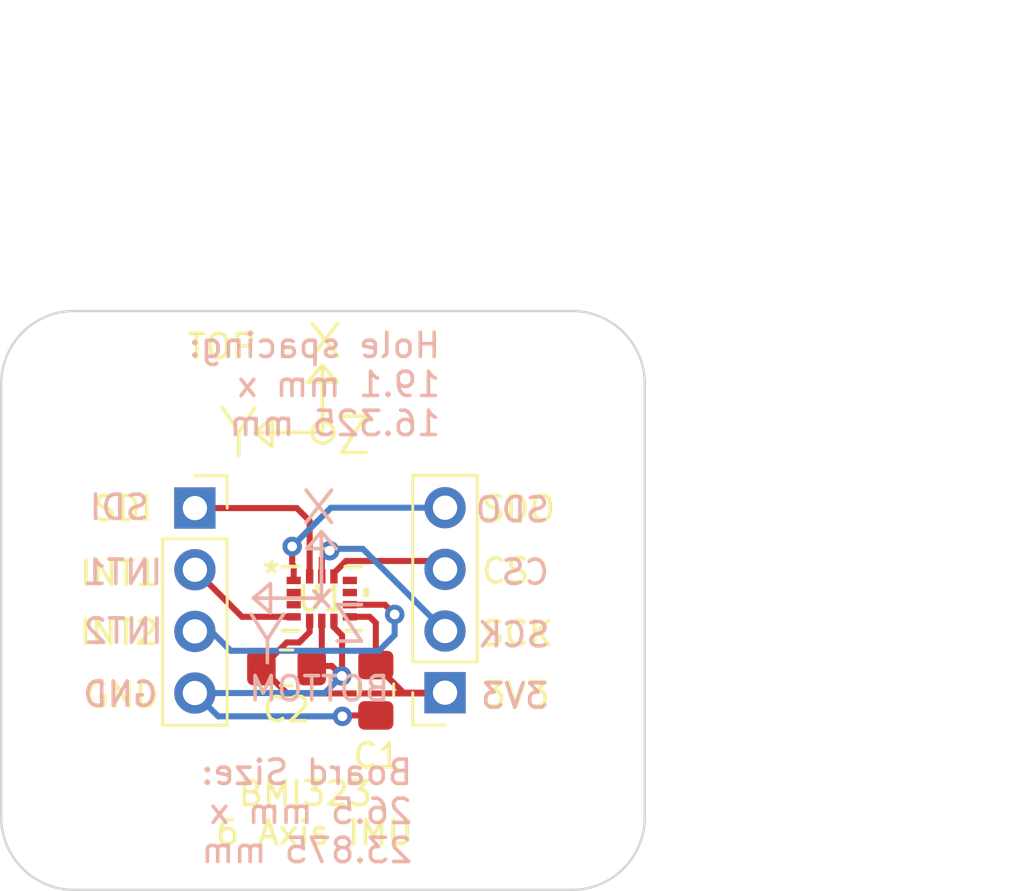
<source format=kicad_pcb>
(kicad_pcb (version 20241229) (generator "pcbnew") (generator_version "9.0")
  (title_block (title "BMI323 Breakout Board") (date "2024-03-10") (rev "0.1") (company "satomm@stanford.edu") (comment 1 "Department of Civil and Environmental Engineering") (comment 2 "Engineering Informatics Group") (comment 3 "Stanford University") (comment 4 "Matthew Sato"))
  (layers (0 "F.Cu" signal) (2 "B.Cu" signal) (13 "F.Paste" user) (15 "B.Paste" user) (5 "F.SilkS" user "F.Silkscreen") (7 "B.SilkS" user "B.Silkscreen") (1 "F.Mask" user) (3 "B.Mask" user) (25 "Edge.Cuts" user))
  (net 0 "")
  (net 1 "+3.3V")
  (net 2 "GND")
  (net 3 "Net-(J1-Pin_2)")
  (net 4 "Net-(J1-Pin_3)")
  (net 9 "Net-(J1-Pin_1)")
  (net 10 "Net-(J2-Pin_2)")
  (net 11 "Net-(J2-Pin_3)")
  (net 12 "Net-(J2-Pin_4)")
  (footprint "Capacitor_SMD:C_0805_2012Metric_Pad1.18x1.45mm_HandSolder" (layer "F.Cu") (at 232.55 128.075 -90)
    (property "Reference" "C1" (at 2.7 -0.05 180) (layer "F.SilkS"))
    (property "Value" "100 nF" (hide yes))
    (fp_line (start -0.261252 0.735) (end 0.261252 0.735) (stroke (width 0.12)) (layer "F.SilkS"))
    (fp_line (start -0.261252 -0.735) (end 0.261252 -0.735) (stroke (width 0.12)) (layer "F.SilkS"))
    (pad "1" smd roundrect (at -1.0375 0 270) (size 1.175 1.45) (layers "F.Cu" "F.Mask" "F.Paste") (roundrect_rratio 0.2127659574) (net 1 "+3.3V"))
    (pad "2" smd roundrect (at 1.0375 0 270) (size 1.175 1.45) (layers "F.Cu" "F.Mask" "F.Paste") (roundrect_rratio 0.2127659574) (net 2 "GND"))
  )
  (footprint "Capacitor_SMD:C_0805_2012Metric_Pad1.18x1.45mm_HandSolder" (layer "F.Cu") (at 228.875 127.15)
    (property "Reference" "C2" (at 0 1.725 0) (layer "F.SilkS"))
    (property "Value" "100 nF" (hide yes))
    (fp_line (start -0.261252 -0.735) (end 0.261252 -0.735) (stroke (width 0.12)) (layer "F.SilkS"))
    (fp_line (start -0.261252 0.735) (end 0.261252 0.735) (stroke (width 0.12)) (layer "F.SilkS"))
    (pad "1" smd roundrect (at -1.0375 0) (size 1.175 1.45) (layers "F.Cu" "F.Mask" "F.Paste") (roundrect_rratio 0.2127659574) (net 1 "+3.3V"))
    (pad "2" smd roundrect (at 1.0375 0) (size 1.175 1.45) (layers "F.Cu" "F.Mask" "F.Paste") (roundrect_rratio 0.2127659574) (net 2 "GND"))
  )
  (footprint "Connector_PinSocket_2.54mm:PinSocket_1x04_P2.54mm_Vertical" (layer "F.Cu") (at 235.4 128.175 180)
    (property "Reference" "J2" (hide yes))
    (property "Value" "Conn_01x04_Pin" (hide yes))
    (fp_line (start 1.33 1.27) (end 1.33 8.95) (stroke (width 0.12)) (layer "F.SilkS"))
    (fp_line (start 1.33 -1.33) (end 1.33 0) (stroke (width 0.12)) (layer "F.SilkS"))
    (fp_line (start 0 -1.33) (end 1.33 -1.33) (stroke (width 0.12)) (layer "F.SilkS"))
    (fp_line (start -1.33 8.95) (end 1.33 8.95) (stroke (width 0.12)) (layer "F.SilkS"))
    (fp_line (start -1.33 1.27) (end 1.33 1.27) (stroke (width 0.12)) (layer "F.SilkS"))
    (fp_line (start -1.33 1.27) (end -1.33 8.95) (stroke (width 0.12)) (layer "F.SilkS"))
    (pad "1" thru_hole rect (at 0 0 180) (size 1.7 1.7) (drill 1) (layers "*.Cu" "*.Mask") (net 1 "+3.3V"))
    (pad "2" thru_hole oval (at 0 2.54 180) (size 1.7 1.7) (drill 1) (layers "*.Cu" "*.Mask") (net 10 "Net-(J2-Pin_2)"))
    (pad "3" thru_hole oval (at 0 5.08 180) (size 1.7 1.7) (drill 1) (layers "*.Cu" "*.Mask") (net 11 "Net-(J2-Pin_3)"))
    (pad "4" thru_hole oval (at 0 7.62 180) (size 1.7 1.7) (drill 1) (layers "*.Cu" "*.Mask") (net 12 "Net-(J2-Pin_4)"))
  )
  (footprint "MountingHole:MountingHole_3.2mm_M3" (layer "F.Cu") (at 220.775 132.475)
    (property "Reference" "H2" (hide yes))
    (property "Value" "MountingHole" (hide yes))
    (pad "" np_thru_hole circle (at 0 0) (size 3.2 3.2) (drill 3.2) (layers "*.Cu" "*.Mask"))
  )
  (footprint "MountingHole:MountingHole_3.2mm_M3" (layer "F.Cu") (at 239.875 116.15)
    (property "Reference" "H4" (hide yes))
    (property "Value" "MountingHole" (hide yes))
    (pad "" np_thru_hole circle (at 0 0) (size 3.2 3.2) (drill 3.2) (layers "*.Cu" "*.Mask"))
  )
  (footprint "MountingHole:MountingHole_3.2mm_M3" (layer "F.Cu") (at 239.875 132.475)
    (property "Reference" "H3" (hide yes))
    (property "Value" "MountingHole" (hide yes))
    (pad "" np_thru_hole circle (at 0 0) (size 3.2 3.2) (drill 3.2) (layers "*.Cu" "*.Mask"))
  )
  (footprint "Connector_PinSocket_2.54mm:PinSocket_1x04_P2.54mm_Vertical" (layer "F.Cu") (at 225.1 120.57)
    (property "Reference" "J1" (hide yes))
    (property "Value" "Conn_01x04_Pin" (hide yes))
    (fp_line (start -1.33 1.27) (end -1.33 8.95) (stroke (width 0.12)) (layer "F.SilkS"))
    (fp_line (start -1.33 1.27) (end 1.33 1.27) (stroke (width 0.12)) (layer "F.SilkS"))
    (fp_line (start -1.33 8.95) (end 1.33 8.95) (stroke (width 0.12)) (layer "F.SilkS"))
    (fp_line (start 0 -1.33) (end 1.33 -1.33) (stroke (width 0.12)) (layer "F.SilkS"))
    (fp_line (start 1.33 -1.33) (end 1.33 0) (stroke (width 0.12)) (layer "F.SilkS"))
    (fp_line (start 1.33 1.27) (end 1.33 8.95) (stroke (width 0.12)) (layer "F.SilkS"))
    (pad "1" thru_hole rect (at 0 0) (size 1.7 1.7) (drill 1) (layers "*.Cu" "*.Mask") (net 9 "Net-(J1-Pin_1)"))
    (pad "2" thru_hole oval (at 0 2.54) (size 1.7 1.7) (drill 1) (layers "*.Cu" "*.Mask") (net 3 "Net-(J1-Pin_2)"))
    (pad "3" thru_hole oval (at 0 5.08) (size 1.7 1.7) (drill 1) (layers "*.Cu" "*.Mask") (net 4 "Net-(J1-Pin_3)"))
    (pad "4" thru_hole oval (at 0 7.62) (size 1.7 1.7) (drill 1) (layers "*.Cu" "*.Mask") (net 2 "GND"))
  )
  (footprint "matts_library:BMI323_BOS-M" (layer "F.Cu") (at 230.325 124.3)
    (property "Reference" "U1" (at 0 0 0) (layer "F.SilkS"))
    (property "Value" "BMI323" (hide yes))
    (fp_line (start -1.6256 1.3208) (end -0.964891 1.3208) (stroke (width 0.1524)) (layer "F.SilkS"))
    (fp_line (start -0.964891 -1.3208) (end -1.6256 -1.3208) (stroke (width 0.1524)) (layer "F.SilkS"))
    (fp_line (start 0.964891 1.3208) (end 1.6256 1.3208) (stroke (width 0.1524)) (layer "F.SilkS"))
    (fp_line (start 1.6256 -1.3208) (end 0.964891 -1.3208) (stroke (width 0.1524)) (layer "F.SilkS"))
    (fp_poly (pts (xy 1.9558 -0.4405) (xy 1.9558 -0.059499) (xy 1.7018 -0.059499) (xy 1.7018 -0.4405)) (fill yes) (layer "F.SilkS"))
    (fp_text user "*" (at -2.0828 -1 0) (layer "F.SilkS"))
    (pad "1" smd rect (at -1.1557 -0.750001 90) (size 0.3048 0.5842) (layers "F.Cu" "F.Mask" "F.Paste") (net 12 "Net-(J2-Pin_4)"))
    (pad "2" smd rect (at -1.1557 -0.25 90) (size 0.3048 0.5842) (layers "F.Cu" "F.Mask" "F.Paste"))
    (pad "3" smd rect (at -1.1557 0.25 90) (size 0.3048 0.5842) (layers "F.Cu" "F.Mask" "F.Paste"))
    (pad "4" smd rect (at -1.1557 0.750001 90) (size 0.3048 0.5842) (layers "F.Cu" "F.Mask" "F.Paste") (net 3 "Net-(J1-Pin_2)"))
    (pad "5" smd rect (at -0.499999 0.9144) (size 0.3048 0.5842) (layers "F.Cu" "F.Mask" "F.Paste") (net 1 "+3.3V"))
    (pad "6" smd rect (at 0 0.9144) (size 0.3048 0.5842) (layers "F.Cu" "F.Mask" "F.Paste") (net 2 "GND"))
    (pad "7" smd rect (at 0.499999 0.9144) (size 0.3048 0.5842) (layers "F.Cu" "F.Mask" "F.Paste") (net 2 "GND"))
    (pad "8" smd rect (at 1.1557 0.750001 90) (size 0.3048 0.5842) (layers "F.Cu" "F.Mask" "F.Paste") (net 1 "+3.3V"))
    (pad "9" smd rect (at 1.1557 0.25 90) (size 0.3048 0.5842) (layers "F.Cu" "F.Mask" "F.Paste") (net 4 "Net-(J1-Pin_3)"))
    (pad "10" smd rect (at 1.1557 -0.25 90) (size 0.3048 0.5842) (layers "F.Cu" "F.Mask" "F.Paste"))
    (pad "11" smd rect (at 1.1557 -0.750001 90) (size 0.3048 0.5842) (layers "F.Cu" "F.Mask" "F.Paste"))
    (pad "12" smd rect (at 0.499999 -0.9144) (size 0.3048 0.5842) (layers "F.Cu" "F.Mask" "F.Paste") (net 11 "Net-(J2-Pin_3)"))
    (pad "13" smd rect (at 0 -0.9144) (size 0.3048 0.5842) (layers "F.Cu" "F.Mask" "F.Paste") (net 10 "Net-(J2-Pin_2)"))
    (pad "14" smd rect (at -0.499999 -0.9144) (size 0.3048 0.5842) (layers "F.Cu" "F.Mask" "F.Paste") (net 9 "Net-(J1-Pin_1)"))
  )
  (footprint "MountingHole:MountingHole_3.2mm_M3" (layer "F.Cu") (at 220.775 116.15)
    (property "Reference" "H1" (hide yes))
    (property "Value" "MountingHole" (hide yes))
    (pad "" np_thru_hole circle (at 0 0) (size 3.2 3.2) (drill 3.2) (layers "*.Cu" "*.Mask"))
  )
  (gr_line (start 229.75 115.375) (end 230.95 115.375) (stroke (width 0.15)) (layer "F.SilkS"))
  (gr_line (start 228.275 118.05) (end 228.275 116.85) (stroke (width 0.15)) (layer "F.SilkS"))
  (gr_line (start 230.375 117.45) (end 227.575 117.45) (stroke (width 0.15)) (layer "F.SilkS"))
  (gr_circle (center 230.375 117.45) (end 230.745 117.7) (stroke (width 0.15)) (fill no) (layer "F.SilkS"))
  (gr_line (start 230.35 114.675) (end 230.95 115.375) (stroke (width 0.15)) (layer "F.SilkS"))
  (gr_line (start 227.575 117.45) (end 228.275 118.05) (stroke (width 0.15)) (layer "F.SilkS"))
  (gr_line (start 230.35 114.675) (end 229.75 115.375) (stroke (width 0.15)) (layer "F.SilkS"))
  (gr_line (start 230.35 117.475) (end 230.35 114.675) (stroke (width 0.15)) (layer "F.SilkS"))
  (gr_line (start 227.575 117.45) (end 228.275 116.85) (stroke (width 0.15)) (layer "F.SilkS"))
  (gr_line (start 228.21 123.68) (end 227.51 124.28) (stroke (width 0.15)) (layer "B.SilkS"))
  (gr_line (start 229.71 122.24) (end 230.91 122.24) (stroke (width 0.15)) (layer "B.SilkS"))
  (gr_line (start 230.31 121.54) (end 230.31 124.34) (stroke (width 0.15)) (layer "B.SilkS"))
  (gr_line (start 229.71 122.24) (end 230.31 121.54) (stroke (width 0.15)) (layer "B.SilkS"))
  (gr_line (start 228.21 124.88) (end 227.51 124.28) (stroke (width 0.15)) (layer "B.SilkS"))
  (gr_line (start 228.21 124.88) (end 228.21 123.68) (stroke (width 0.15)) (layer "B.SilkS"))
  (gr_line (start 227.51 124.28) (end 230.31 124.28) (stroke (width 0.15)) (layer "B.SilkS"))
  (gr_line (start 230.91 122.24) (end 230.31 121.54) (stroke (width 0.15)) (layer "B.SilkS"))
  (gr_line (start 230.61 124.62) (end 230 123.98) (stroke (width 0.15)) (layer "B.SilkS"))
  (gr_line (start 230.03 124.65) (end 230.63 123.96) (stroke (width 0.15)) (layer "B.SilkS"))
  (gr_line (start 220.125 112.45) (end 240.625 112.45) (stroke (width 0.1)) (layer "Edge.Cuts"))
  (gr_arc (start 243.625 133.3) (mid 242.74632 135.42132) (end 240.625 136.3) (stroke (width 0.1)) (layer "Edge.Cuts"))
  (gr_arc (start 220.125 136.3) (mid 218.00368 135.42132) (end 217.125 133.3) (stroke (width 0.1)) (layer "Edge.Cuts"))
  (gr_line (start 243.625 115.45) (end 243.625 133.3) (stroke (width 0.1)) (layer "Edge.Cuts"))
  (gr_arc (start 217.125 115.45) (mid 218.00368 113.32868) (end 220.125 112.45) (stroke (width 0.1)) (layer "Edge.Cuts"))
  (gr_line (start 240.625 136.3) (end 220.125 136.3) (stroke (width 0.1)) (layer "Edge.Cuts"))
  (gr_line (start 217.125 133.3) (end 217.125 115.45) (stroke (width 0.1)) (layer "Edge.Cuts"))
  (gr_arc (start 240.625 112.45) (mid 242.74632 113.32868) (end 243.625 115.45) (stroke (width 0.1)) (layer "Edge.Cuts"))
  (gr_text "SDI" (at 220.825 121.175 0) (layer "F.SilkS") (effects (font (size 1 1)) (justify left bottom)))
  (gr_text "SCK" (at 236.8 126.325 0) (layer "F.SilkS") (effects (font (size 1 1)) (justify left bottom)))
  (gr_text "Y" (at 225.95 118.675 0) (layer "F.SilkS") (effects (font (size 2 2)) (justify left bottom)))
  (gr_text "INT1" (at 220.275 123.85 0) (layer "F.SilkS") (effects (font (size 1 1)) (justify left bottom)))
  (gr_text "SDO" (at 236.825 121.175 0) (layer "F.SilkS") (effects (font (size 1 1)) (justify left bottom)))
  (gr_text "GND" (at 220.475 128.875 0) (layer "F.SilkS") (effects (font (size 1 1)) (justify left bottom)))
  (gr_text "INT2" (at 220.25 126.275 0) (layer "F.SilkS") (effects (font (size 1 1)) (justify left bottom)))
  (gr_text "x" (at 229.55 114.55 0) (layer "F.SilkS") (effects (font (size 2 2)) (justify left bottom)))
  (gr_text "3V3" (at 236.85 128.85 0) (layer "F.SilkS") (effects (font (size 1 1)) (justify left bottom)))
  (gr_text "Z" (at 230.83 118.47 0) (layer "F.SilkS") (effects (font (size 1.5 1.5)) (justify left bottom)))
  (gr_text "TOP" (at 224.7 114.5 0) (layer "F.SilkS") (effects (font (size 1 1)) (justify left bottom)))
  (gr_text "BMI323 \n6 Axis IMU" (at 230.025 134.525 0) (layer "F.SilkS") (effects (font (size 1 1)) (justify bottom)))
  (gr_text "CS" (at 236.825 123.75 0) (layer "F.SilkS") (effects (font (size 1 1)) (justify left bottom)))
  (gr_text "SCK" (at 239.8 126.375 0) (layer "B.SilkS") (effects (font (size 1 1)) (justify left bottom mirror)))
  (gr_text "SDO" (at 239.775 121.225 0) (layer "B.SilkS") (effects (font (size 1 1)) (justify left bottom mirror)))
  (gr_text "CS" (at 239.775 123.8 0) (layer "B.SilkS") (effects (font (size 1 1)) (justify left bottom mirror)))
  (gr_text "Hole spacing:\n19.1 mm x \n16.325 mm\n" (at 235.29 117.67 0) (layer "B.SilkS") (effects (font (size 1 1)) (justify left bottom mirror)))
  (gr_text "SDI" (at 223.297618 121.125 0) (layer "B.SilkS") (effects (font (size 1 1)) (justify left bottom mirror)))
  (gr_text "INT1" (at 223.847618 123.8 0) (layer "B.SilkS") (effects (font (size 1 1)) (justify left bottom mirror)))
  (gr_text "Y" (at 229.04 127.19 0) (layer "B.SilkS") (effects (font (size 2 2)) (justify left bottom mirror)))
  (gr_text "3V3" (at 239.75 128.9 0) (layer "B.SilkS") (effects (font (size 1 1)) (justify left bottom mirror)))
  (gr_text "x" (at 231.11 121.415 0) (layer "B.SilkS") (effects (font (size 2 2)) (justify left bottom mirror)))
  (gr_text "BOTTOM" (at 233.2 128.6 0) (layer "B.SilkS") (effects (font (size 1 1)) (justify left bottom mirror)))
  (gr_text "INT2" (at 223.872618 126.225 0) (layer "B.SilkS") (effects (font (size 1 1)) (justify left bottom mirror)))
  (gr_text "GND" (at 223.647618 128.825 0) (layer "B.SilkS") (effects (font (size 1 1)) (justify left bottom mirror)))
  (gr_text "Z" (at 232.27 126.24 0) (layer "B.SilkS") (effects (font (size 1.5 1.5)) (justify left bottom mirror)))
  (gr_text "Board Size:\n26.5 mm x \n23.875 mm" (at 234.14 135.26 0) (layer "B.SilkS") (effects (font (size 1 1)) (justify left bottom mirror)))
  (segment (start 232.55 127.0375) (end 232.55 125.3) (width 0.25) (layer "F.Cu") (net 1))
  (segment (start 229.825001 125.2144) (end 229.825001 125.674999) (width 0.25) (layer "F.Cu") (net 1))
  (segment (start 229.825001 125.674999) (end 229.3952 126.1048) (width 0.25) (layer "F.Cu") (net 1))
  (segment (start 233.6875 128.175) (end 235.4 128.175) (width 0.25) (layer "F.Cu") (net 1))
  (segment (start 228.8923 128.2048) (end 235.2148 128.2048) (width 0.25) (layer "F.Cu") (net 1))
  (segment (start 228.8827 126.1048) (end 227.8375 127.15) (width 0.25) (layer "F.Cu") (net 1))
  (segment (start 232.300001 125.050001) (end 231.4807 125.050001) (width 0.25) (layer "F.Cu") (net 1))
  (segment (start 232.55 127.0375) (end 233.6875 128.175) (width 0.25) (layer "F.Cu") (net 1))
  (segment (start 229.3952 126.1048) (end 228.8827 126.1048) (width 0.25) (layer "F.Cu") (net 1))
  (segment (start 227.8375 127.15) (end 228.8923 128.2048) (width 0.25) (layer "F.Cu") (net 1))
  (segment (start 232.55 125.3) (end 232.300001 125.050001) (width 0.25) (layer "F.Cu") (net 1))
  (segment (start 231.15 127.4851) (end 231.16 127.4751) (width 0.25) (layer "F.Cu") (net 2))
  (segment (start 230.7399 127.075) (end 230.3125 127.075) (width 0.25) (layer "F.Cu") (net 2))
  (segment (start 231.15 127.4851) (end 230.7399 127.075) (width 0.25) (layer "F.Cu") (net 2))
  (segment (start 232.55 129.1125) (end 231.2125 129.1125) (width 0.25) (layer "F.Cu") (net 2))
  (segment (start 230.824999 125.4792) (end 230.824999 125.2144) (width 0.25) (layer "F.Cu") (net 2))
  (segment (start 231.16 125.814201) (end 230.824999 125.4792) (width 0.25) (layer "F.Cu") (net 2))
  (segment (start 231.2125 129.1125) (end 231.175 129.15) (width 0.25) (layer "F.Cu") (net 2))
  (segment (start 231.16 127.4751) (end 231.16 125.814201) (width 0.25) (layer "F.Cu") (net 2))
  (segment (start 230.325 127.0625) (end 230.325 125.2144) (width 0.25) (layer "F.Cu") (net 2))
  (via (at 231.175 129.15) (size 0.8) (drill 0.4) (layers "F.Cu" "B.Cu") (net 2))
  (via (at 231.15 127.4851) (size 0.8) (drill 0.4) (layers "F.Cu" "B.Cu") (net 2))
  (segment (start 226.06 129.15) (end 225.1 128.19) (width 0.25) (layer "B.Cu") (net 2))
  (segment (start 231.15 127.4851) (end 230.4451 128.19) (width 0.25) (layer "B.Cu") (net 2))
  (segment (start 230.4451 128.19) (end 225.1 128.19) (width 0.25) (layer "B.Cu") (net 2))
  (segment (start 231.175 129.15) (end 226.06 129.15) (width 0.25) (layer "B.Cu") (net 2))
  (segment (start 227.040001 125.050001) (end 229.1693 125.050001) (width 0.25) (layer "F.Cu") (net 3))
  (segment (start 225.1 123.11) (end 227.040001 125.050001) (width 0.25) (layer "F.Cu") (net 3))
  (segment (start 232.825 124.55) (end 232.925 124.55) (width 0.25) (layer "F.Cu") (net 4))
  (segment (start 231.4807 124.55) (end 232.825 124.55) (width 0.25) (layer "F.Cu") (net 4))
  (segment (start 232.925 124.55) (end 233.325 124.95) (width 0.25) (layer "F.Cu") (net 4))
  (via (at 233.325 124.95) (size 0.8) (drill 0.4) (layers "F.Cu" "B.Cu") (net 4))
  (segment (start 226.575 126.45) (end 225.775 125.65) (width 0.25) (layer "B.Cu") (net 4))
  (segment (start 233.325 124.95) (end 233.325 125.8) (width 0.25) (layer "B.Cu") (net 4))
  (segment (start 233.325 125.8) (end 232.675 126.45) (width 0.25) (layer "B.Cu") (net 4))
  (segment (start 232.675 126.45) (end 226.575 126.45) (width 0.25) (layer "B.Cu") (net 4))
  (segment (start 229.295 120.57) (end 225.1 120.57) (width 0.25) (layer "F.Cu") (net 9))
  (segment (start 229.825001 121.100001) (end 229.295 120.57) (width 0.25) (layer "F.Cu") (net 9))
  (segment (start 229.825001 123.3856) (end 229.825001 121.100001) (width 0.25) (layer "F.Cu") (net 9))
  (segment (start 230.65 122.325) (end 230.325 122.65) (width 0.25) (layer "F.Cu") (net 10))
  (segment (start 230.325 122.65) (end 230.325 123.3856) (width 0.25) (layer "F.Cu") (net 10))
  (via (at 230.65 122.325) (size 0.8) (drill 0.4) (layers "F.Cu" "B.Cu") (net 10))
  (segment (start 235.4 125.635) (end 232.015 122.25) (width 0.25) (layer "B.Cu") (net 10))
  (segment (start 230.725 122.25) (end 230.65 122.325) (width 0.25) (layer "B.Cu") (net 10))
  (segment (start 230.725 122.25) (end 232.015 122.25) (width 0.25) (layer "B.Cu") (net 10))
  (segment (start 231.320899 122.75) (end 235.055 122.75) (width 0.25) (layer "F.Cu") (net 11))
  (segment (start 230.824999 123.2459) (end 231.320899 122.75) (width 0.25) (layer "F.Cu") (net 11))
  (segment (start 229.1693 122.956401) (end 229.1693 123.549999) (width 0.25) (layer "F.Cu") (net 12))
  (segment (start 229.105301 122.15) (end 229.105301 122.892402) (width 0.25) (layer "F.Cu") (net 12))
  (segment (start 229.105301 122.892402) (end 229.1693 122.956401) (width 0.25) (layer "F.Cu") (net 12))
  (via (at 229.105301 122.15) (size 0.8) (drill 0.4) (layers "F.Cu" "B.Cu") (net 12))
  (segment (start 229.105301 122.15) (end 230.700301 120.555) (width 0.25) (layer "B.Cu") (net 12))
  (segment (start 230.700301 120.555) (end 235.4 120.555) (width 0.25) (layer "B.Cu") (net 12))
)
</source>
